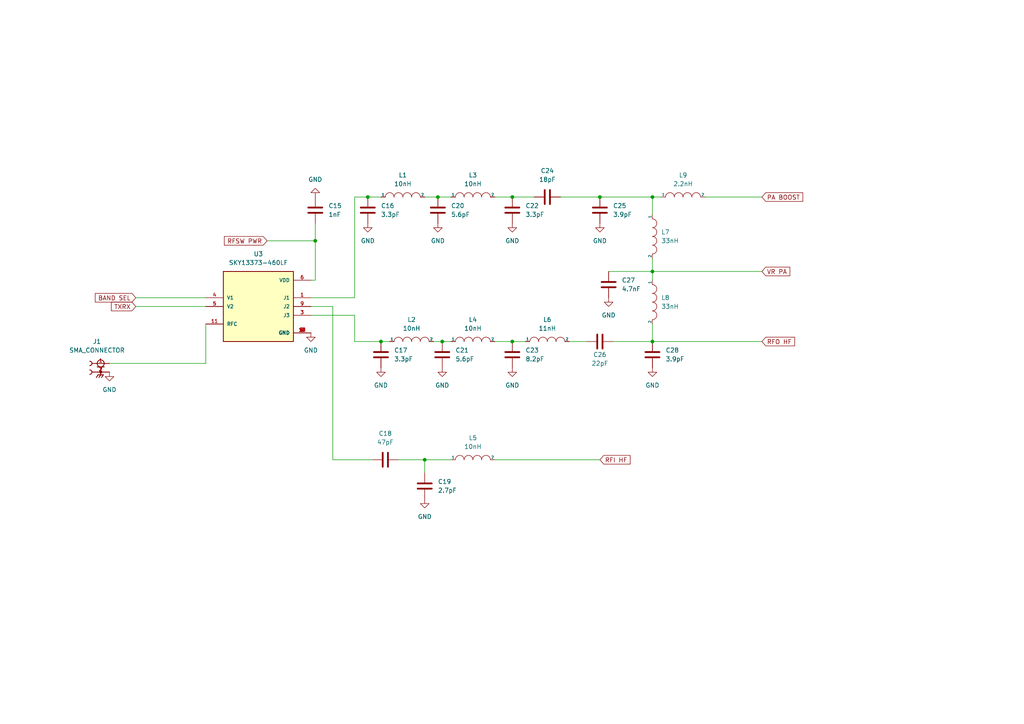
<source format=kicad_sch>
(kicad_sch (version 20211123) (generator eeschema)
  (paper "A4")
  (lib_symbols
    (symbol "Device:C" (pin_numbers hide) (pin_names (offset 0.254))
      (property "Reference" "C" (at 0.635 2.54 0))
      (property "Value" "C" (at 0.635 -2.54 0))
      (symbol "C_0_1"
        (polyline (pts (xy -2.032 -0.762) (xy 2.032 -0.762)) (stroke (width 0.508)))
        (polyline (pts (xy -2.032 0.762) (xy 2.032 0.762)) (stroke (width 0.508)))
      )
      (symbol "C_1_1"
        (pin passive line (at 0 3.81 270) (length 2.794) (name "~") (number "1"))
        (pin passive line (at 0 -3.81 90) (length 2.794) (name "~") (number "2"))
      )
    )
    (symbol "SKY13373-460LF:SKY13373-460LF" (pin_names (offset 1.016))
      (property "Reference" "U" (at -10.16 12.7 0))
      (property "Value" "SKY13373-460LF" (at -10.16 -12.7 0))
      (symbol "SKY13373-460LF_0_0"
        (rectangle (start -10.16 -10.16) (end 10.16 10.16) (stroke (width 0.254)) (fill (type background)))
        (pin output line (at 15.24 2.54 180) (length 5.08) (name "J1") (number "1"))
        (pin power_in line (at 15.24 -7.62 180) (length 5.08) (name "GND") (number "10"))
        (pin input line (at -15.24 -5.08 0) (length 5.08) (name "RFC") (number "11"))
        (pin power_in line (at 15.24 -7.62 180) (length 5.08) (name "GND") (number "12"))
        (pin power_in line (at 15.24 -7.62 180) (length 5.08) (name "GND") (number "13"))
        (pin power_in line (at 15.24 -7.62 180) (length 5.08) (name "GND") (number "2"))
        (pin output line (at 15.24 -2.54 180) (length 5.08) (name "J3") (number "3"))
        (pin input line (at -15.24 2.54 0) (length 5.08) (name "V1") (number "4"))
        (pin input line (at -15.24 0 0) (length 5.08) (name "V2") (number "5"))
        (pin power_in line (at 15.24 7.62 180) (length 5.08) (name "VDD") (number "6"))
        (pin power_in line (at 15.24 -7.62 180) (length 5.08) (name "GND") (number "7"))
        (pin power_in line (at 15.24 -7.62 180) (length 5.08) (name "GND") (number "8"))
        (pin output line (at 15.24 0 180) (length 5.08) (name "J2") (number "9"))
      )
    )
    (symbol "SMA_CONNECTOR:SMA_CONNECTOR" (pin_names (offset 1.016))
      (property "Reference" "J1" (at -1.0795 6.35 0))
      (property "Value" "SMA_CONNECTOR" (at -1.0795 3.81 0))
      (symbol "SMA_CONNECTOR_0_0"
        (arc (start -3.175 -3.175) (mid -2.54 -2.54) (end -3.175 -1.905) (stroke (width 0.254)))
        (arc (start -3.175 -0.635) (mid -2.54 0) (end -3.175 0.635) (stroke (width 0.254)))
        (circle (center 0 -2.54) (radius 0.254) (stroke (width 0.254)))
        (polyline (pts (xy -1.016 -1.016) (xy 0 -1.016)) (stroke (width 0.254)))
        (polyline (pts (xy -0.762 -3.302) (xy -1.27 -4.064)) (stroke (width 0.254)))
        (polyline (pts (xy 0 -3.302) (xy -0.762 -3.302)) (stroke (width 0.254)))
        (polyline (pts (xy 0 -3.302) (xy -0.508 -4.064)) (stroke (width 0.254)))
        (polyline (pts (xy 0 -3.302) (xy 0.762 -3.302)) (stroke (width 0.254)))
        (polyline (pts (xy 0 -1.016) (xy 0 -3.302)) (stroke (width 0.254)))
        (polyline (pts (xy 0 -1.016) (xy 1.016 -1.016)) (stroke (width 0.254)))
        (polyline (pts (xy 0.762 -3.302) (xy 0.254 -4.064)) (stroke (width 0.254)))
        (circle (center 0 0) (radius 1.016) (stroke (width 0.254)))
        (pin passive line (at 2.54 0 180) (length 5.08) (name "~") (number "1"))
        (pin passive line (at 2.54 -2.54 180) (length 5.08) (name "~") (number "2"))
        (pin passive line (at 2.54 -2.54 180) (length 5.08) (name "~") (number "2"))
        (pin passive line (at 2.54 -2.54 180) (length 5.08) (name "~") (number "2"))
        (pin passive line (at 2.54 -2.54 180) (length 5.08) (name "~") (number "2"))
      )
    )
    (symbol "power:GND" (power) (pin_names (offset 0))
      (property "Value" "GND" (at 0 -3.81 0))
      (symbol "GND_0_1"
        (polyline (pts (xy 0 0) (xy 0 -1.27) (xy 1.27 -1.27) (xy 0 -2.54) (xy -1.27 -1.27) (xy 0 -1.27)))
      )
      (symbol "GND_1_1"
        (pin power_in line (at 0 0 270) (length 0) hide (name "GND") (number "1"))
      )
    )
    (symbol "pspice:INDUCTOR" (pin_numbers hide) (pin_names (offset 0))
      (property "Reference" "L" (at 0 2.54 0))
      (property "Value" "INDUCTOR" (at 0 -1.27 0))
      (symbol "INDUCTOR_0_1"
        (arc (start -2.54 0) (mid -3.81 1.27) (end -5.08 0))
        (arc (start 0 0) (mid -1.27 1.27) (end -2.54 0))
        (arc (start 2.54 0) (mid 1.27 1.27) (end 0 0))
        (arc (start 5.08 0) (mid 3.81 1.27) (end 2.54 0))
      )
      (symbol "INDUCTOR_1_1"
        (pin input line (at -6.35 0 0) (length 1.27) (name "1") (number "1"))
        (pin input line (at 6.35 0 180) (length 1.27) (name "2") (number "2"))
      )
    )
  )
  (junction (at 189.23 78.74))
  (junction (at 189.23 57.15))
  (junction (at 127 57.15))
  (junction (at 110.49 99.06))
  (junction (at 91.44 69.85))
  (junction (at 148.59 99.06))
  (junction (at 189.23 99.06))
  (junction (at 173.99 57.15))
  (junction (at 128.27 99.06))
  (junction (at 106.68 57.15))
  (junction (at 148.59 57.15))
  (junction (at 123.19 133.35))
  (wire (pts (xy 127 57.15) (xy 130.81 57.15)))
  (wire (pts (xy 177.8 99.06) (xy 189.23 99.06)))
  (wire (pts (xy 31.75 105.41) (xy 59.69 105.41)))
  (wire (pts (xy 91.44 69.85) (xy 91.44 81.28)))
  (wire (pts (xy 96.52 88.9) (xy 96.52 133.35)))
  (wire (pts (xy 39.37 88.9) (xy 59.69 88.9)))
  (wire (pts (xy 110.49 57.15) (xy 106.68 57.15)))
  (wire (pts (xy 123.19 133.35) (xy 115.57 133.35)))
  (wire (pts (xy 189.23 99.06) (xy 220.98 99.06)))
  (wire (pts (xy 189.23 93.98) (xy 189.23 99.06)))
  (wire (pts (xy 189.23 57.15) (xy 191.77 57.15)))
  (wire (pts (xy 189.23 78.74) (xy 189.23 81.28)))
  (wire (pts (xy 148.59 57.15) (xy 154.94 57.15)))
  (wire (pts (xy 102.87 99.06) (xy 102.87 91.44)))
  (wire (pts (xy 102.87 86.36) (xy 90.17 86.36)))
  (wire (pts (xy 90.17 91.44) (xy 102.87 91.44)))
  (wire (pts (xy 189.23 78.74) (xy 220.98 78.74)))
  (wire (pts (xy 143.51 99.06) (xy 148.59 99.06)))
  (wire (pts (xy 102.87 57.15) (xy 106.68 57.15)))
  (wire (pts (xy 189.23 74.93) (xy 189.23 78.74)))
  (wire (pts (xy 77.47 69.85) (xy 91.44 69.85)))
  (wire (pts (xy 59.69 93.98) (xy 59.69 105.41)))
  (wire (pts (xy 162.56 57.15) (xy 173.99 57.15)))
  (wire (pts (xy 125.73 99.06) (xy 128.27 99.06)))
  (wire (pts (xy 204.47 57.15) (xy 220.98 57.15)))
  (wire (pts (xy 90.17 88.9) (xy 96.52 88.9)))
  (wire (pts (xy 110.49 99.06) (xy 113.03 99.06)))
  (wire (pts (xy 90.17 81.28) (xy 91.44 81.28)))
  (wire (pts (xy 130.81 133.35) (xy 123.19 133.35)))
  (wire (pts (xy 148.59 99.06) (xy 152.4 99.06)))
  (wire (pts (xy 143.51 133.35) (xy 173.99 133.35)))
  (wire (pts (xy 189.23 57.15) (xy 173.99 57.15)))
  (wire (pts (xy 176.53 78.74) (xy 189.23 78.74)))
  (wire (pts (xy 91.44 64.77) (xy 91.44 69.85)))
  (wire (pts (xy 165.1 99.06) (xy 170.18 99.06)))
  (wire (pts (xy 110.49 99.06) (xy 102.87 99.06)))
  (wire (pts (xy 128.27 99.06) (xy 130.81 99.06)))
  (wire (pts (xy 143.51 57.15) (xy 148.59 57.15)))
  (wire (pts (xy 39.37 86.36) (xy 59.69 86.36)))
  (wire (pts (xy 96.52 133.35) (xy 107.95 133.35)))
  (wire (pts (xy 123.19 57.15) (xy 127 57.15)))
  (wire (pts (xy 123.19 137.16) (xy 123.19 133.35)))
  (wire (pts (xy 102.87 57.15) (xy 102.87 86.36)))
  (wire (pts (xy 189.23 62.23) (xy 189.23 57.15)))
  (global_label "TXRX" (shape input) (at 39.37 88.9 180) (property "Intersheet References" "${INTERSHEET_REFS}" (effects hide)))
  (global_label "RFSW PWR" (shape input) (at 77.47 69.85 180) (property "Intersheet References" "${INTERSHEET_REFS}" (effects hide)))
  (global_label "BAND SEL" (shape input) (at 39.37 86.36 180) (property "Intersheet References" "${INTERSHEET_REFS}" (effects hide)))
  (global_label "PA BOOST" (shape input) (at 220.98 57.15 0) (property "Intersheet References" "${INTERSHEET_REFS}" (effects hide)))
  (global_label "VR PA" (shape input) (at 220.98 78.74 0) (property "Intersheet References" "${INTERSHEET_REFS}" (effects hide)))
  (global_label "RFO HF" (shape input) (at 220.98 99.06 0) (property "Intersheet References" "${INTERSHEET_REFS}" (effects hide)))
  (global_label "RFI HF" (shape input) (at 173.99 133.35 0) (property "Intersheet References" "${INTERSHEET_REFS}" (effects hide)))
  (symbol (lib_id "power:GND") (at 91.44 57.15 180) (unit 1)
    (property "Reference" "#PWR0129" (effects hide))
    (property "Value" "GND" (at 91.44 52.07 0))
  )
  (symbol (lib_id "pspice:INDUCTOR") (at 158.75 99.06 0) (unit 1)
    (property "Reference" "L6" (at 158.75 92.71 0))
    (property "Value" "11nH" (at 158.75 95.25 0))
    (property "Footprint" "Inductor_SMD:L_0201_0603Metric" (effects hide))
  )
  (symbol (lib_id "power:GND") (at 148.59 106.68 0) (unit 1)
    (property "Reference" "#PWR0122" (effects hide))
    (property "Value" "GND" (at 148.59 111.76 0))
  )
  (symbol (lib_id "Device:C") (at 111.76 133.35 90) (unit 1)
    (property "Reference" "C18" (at 111.76 125.73 90))
    (property "Value" "47pF" (at 111.76 128.27 90))
    (property "Footprint" "Capacitor_SMD:C_0201_0603Metric" (effects hide))
  )
  (symbol (lib_id "power:GND") (at 31.75 107.95 0) (unit 1)
    (property "Reference" "#PWR0128" (effects hide))
    (property "Value" "GND" (at 31.75 113.03 0))
  )
  (symbol (lib_id "SMA_CONNECTOR:SMA_CONNECTOR") (at 29.21 105.41 0) (unit 1)
    (property "Reference" "J1" (at 28.1305 99.06 0))
    (property "Value" "SMA_CONNECTOR" (at 28.1305 101.6 0))
    (property "Footprint" "SMA:SMA_J_P_X_ST_EM1_EdgeMount" (effects hide))
    (property "MANUFACTURER" "LPRS" (effects hide))
    (property "PARTREV" "1.3" (effects hide))
    (property "STANDARD" "Manufacturer Recommendations" (effects hide))
    (property "MAXIMUM_PACKAGE_HEIGHT" "8.3 mm" (effects hide))
  )
  (symbol (lib_id "pspice:INDUCTOR") (at 189.23 87.63 270) (unit 1)
    (property "Reference" "L8" (at 191.77 86.3599 90) (effects (justify left)))
    (property "Value" "33nH" (at 191.77 88.8999 90) (effects (justify left)))
    (property "Footprint" "Inductor_SMD:L_0201_0603Metric" (effects hide))
  )
  (symbol (lib_id "Device:C") (at 158.75 57.15 90) (unit 1)
    (property "Reference" "C24" (at 158.75 49.53 90))
    (property "Value" "18pF" (at 158.75 52.07 90))
    (property "Footprint" "Capacitor_SMD:C_0201_0603Metric" (effects hide))
  )
  (symbol (lib_id "power:GND") (at 90.17 96.52 0) (unit 1)
    (property "Reference" "#PWR0127" (effects hide))
    (property "Value" "GND" (at 90.17 101.6 0))
  )
  (symbol (lib_id "pspice:INDUCTOR") (at 137.16 133.35 0) (unit 1)
    (property "Reference" "L5" (at 137.16 127 0))
    (property "Value" "10nH" (at 137.16 129.54 0))
    (property "Footprint" "Inductor_SMD:L_0201_0603Metric" (effects hide))
  )
  (symbol (lib_id "Device:C") (at 148.59 60.96 0) (unit 1)
    (property "Reference" "C22" (at 152.4 59.6899 0) (effects (justify left)))
    (property "Value" "3.3pF" (at 152.4 62.2299 0) (effects (justify left)))
    (property "Footprint" "Capacitor_SMD:C_0201_0603Metric" (effects hide))
  )
  (symbol (lib_id "pspice:INDUCTOR") (at 137.16 57.15 0) (unit 1)
    (property "Reference" "L3" (at 137.16 50.8 0))
    (property "Value" "10nH" (at 137.16 53.34 0))
    (property "Footprint" "Inductor_SMD:L_0201_0603Metric" (effects hide))
  )
  (symbol (lib_id "Device:C") (at 189.23 102.87 0) (unit 1)
    (property "Reference" "C28" (at 193.04 101.5999 0) (effects (justify left)))
    (property "Value" "3.9pF" (at 193.04 104.1399 0) (effects (justify left)))
    (property "Footprint" "Capacitor_SMD:C_0201_0603Metric" (effects hide))
  )
  (symbol (lib_id "pspice:INDUCTOR") (at 119.38 99.06 0) (unit 1)
    (property "Reference" "L2" (at 119.38 92.71 0))
    (property "Value" "10nH" (at 119.38 95.25 0))
    (property "Footprint" "Inductor_SMD:L_0201_0603Metric" (effects hide))
  )
  (symbol (lib_id "Device:C") (at 173.99 60.96 0) (unit 1)
    (property "Reference" "C25" (at 177.8 59.6899 0) (effects (justify left)))
    (property "Value" "3.9pF" (at 177.8 62.2299 0) (effects (justify left)))
    (property "Footprint" "Capacitor_SMD:C_0201_0603Metric" (effects hide))
  )
  (symbol (lib_id "Device:C") (at 110.49 102.87 0) (unit 1)
    (property "Reference" "C17" (at 114.3 101.5999 0) (effects (justify left)))
    (property "Value" "3.3pF" (at 114.3 104.1399 0) (effects (justify left)))
    (property "Footprint" "Capacitor_SMD:C_0201_0603Metric" (effects hide))
  )
  (symbol (lib_id "Device:C") (at 106.68 60.96 0) (unit 1)
    (property "Reference" "C16" (at 110.49 59.6899 0) (effects (justify left)))
    (property "Value" "3.3pF" (at 110.49 62.2299 0) (effects (justify left)))
    (property "Footprint" "Capacitor_SMD:C_0201_0603Metric" (effects hide))
  )
  (symbol (lib_id "pspice:INDUCTOR") (at 189.23 68.58 270) (unit 1)
    (property "Reference" "L7" (at 191.77 67.3099 90) (effects (justify left)))
    (property "Value" "33nH" (at 191.77 69.8499 90) (effects (justify left)))
    (property "Footprint" "Inductor_SMD:L_0201_0603Metric" (effects hide))
  )
  (symbol (lib_id "Device:C") (at 91.44 60.96 180) (unit 1)
    (property "Reference" "C15" (at 95.25 59.6899 0) (effects (justify right)))
    (property "Value" "1nF" (at 95.25 62.2299 0) (effects (justify right)))
    (property "Footprint" "Capacitor_SMD:C_0201_0603Metric" (effects hide))
  )
  (symbol (lib_id "Device:C") (at 128.27 102.87 0) (unit 1)
    (property "Reference" "C21" (at 132.08 101.5999 0) (effects (justify left)))
    (property "Value" "5.6pF" (at 132.08 104.1399 0) (effects (justify left)))
    (property "Footprint" "Capacitor_SMD:C_0201_0603Metric" (effects hide))
  )
  (symbol (lib_id "Device:C") (at 127 60.96 0) (unit 1)
    (property "Reference" "C20" (at 130.81 59.6899 0) (effects (justify left)))
    (property "Value" "5.6pF" (at 130.81 62.2299 0) (effects (justify left)))
    (property "Footprint" "Capacitor_SMD:C_0201_0603Metric" (effects hide))
  )
  (symbol (lib_id "power:GND") (at 128.27 106.68 0) (unit 1)
    (property "Reference" "#PWR0121" (effects hide))
    (property "Value" "GND" (at 128.27 111.76 0))
  )
  (symbol (lib_id "power:GND") (at 127 64.77 0) (unit 1)
    (property "Reference" "#PWR0119" (effects hide))
    (property "Value" "GND" (at 127 69.85 0))
  )
  (symbol (lib_id "pspice:INDUCTOR") (at 116.84 57.15 0) (unit 1)
    (property "Reference" "L1" (at 116.84 50.8 0))
    (property "Value" "10nH" (at 116.84 53.34 0))
    (property "Footprint" "Inductor_SMD:L_0201_0603Metric" (effects hide))
  )
  (symbol (lib_id "Device:C") (at 148.59 102.87 0) (unit 1)
    (property "Reference" "C23" (at 152.4 101.5999 0) (effects (justify left)))
    (property "Value" "8.2pF" (at 152.4 104.1399 0) (effects (justify left)))
    (property "Footprint" "Capacitor_SMD:C_0201_0603Metric" (effects hide))
  )
  (symbol (lib_id "pspice:INDUCTOR") (at 137.16 99.06 0) (unit 1)
    (property "Reference" "L4" (at 137.16 92.71 0))
    (property "Value" "10nH" (at 137.16 95.25 0))
    (property "Footprint" "Inductor_SMD:L_0201_0603Metric" (effects hide))
  )
  (symbol (lib_id "power:GND") (at 148.59 64.77 0) (unit 1)
    (property "Reference" "#PWR0120" (effects hide))
    (property "Value" "GND" (at 148.59 69.85 0))
  )
  (symbol (lib_id "power:GND") (at 189.23 106.68 0) (unit 1)
    (property "Reference" "#PWR0123" (effects hide))
    (property "Value" "GND" (at 189.23 111.76 0))
  )
  (symbol (lib_id "power:GND") (at 110.49 106.68 0) (unit 1)
    (property "Reference" "#PWR0130" (effects hide))
    (property "Value" "GND" (at 110.49 111.76 0))
  )
  (symbol (lib_id "power:GND") (at 123.19 144.78 0) (unit 1)
    (property "Reference" "#PWR0118" (effects hide))
    (property "Value" "GND" (at 123.19 149.86 0))
  )
  (symbol (lib_id "Device:C") (at 123.19 140.97 0) (unit 1)
    (property "Reference" "C19" (at 127 139.6999 0) (effects (justify left)))
    (property "Value" "2.7pF" (at 127 142.2399 0) (effects (justify left)))
    (property "Footprint" "Capacitor_SMD:C_0201_0603Metric" (effects hide))
  )
  (symbol (lib_id "Device:C") (at 173.99 99.06 90) (unit 1)
    (property "Reference" "C26" (at 173.99 102.87 90))
    (property "Value" "22pF" (at 173.99 105.41 90))
    (property "Footprint" "Capacitor_SMD:C_0201_0603Metric" (effects hide))
  )
  (symbol (lib_id "power:GND") (at 176.53 86.36 0) (unit 1)
    (property "Reference" "#PWR0124" (effects hide))
    (property "Value" "GND" (at 176.53 91.44 0))
  )
  (symbol (lib_id "power:GND") (at 106.68 64.77 0) (unit 1)
    (property "Reference" "#PWR0126" (effects hide))
    (property "Value" "GND" (at 106.68 69.85 0))
  )
  (symbol (lib_id "pspice:INDUCTOR") (at 198.12 57.15 0) (unit 1)
    (property "Reference" "L9" (at 198.12 50.8 0))
    (property "Value" "2.2nH" (at 198.12 53.34 0))
    (property "Footprint" "Inductor_SMD:L_0201_0603Metric" (effects hide))
  )
  (symbol (lib_id "SKY13373-460LF:SKY13373-460LF") (at 74.93 88.9 0) (unit 1)
    (property "Reference" "U3" (at 74.93 73.66 0))
    (property "Value" "SKY13373-460LF" (at 74.93 76.2 0))
    (property "Footprint" "SKY13373-460LF:QFN50P200X200X65-13N" (effects hide))
    (property "PARTREV" "May 6, 2016" (effects hide))
    (property "MANUFACTURER" "Skyworks" (effects hide))
    (property "STANDARD" "IPC-7351B" (effects hide))
    (property "MAXIMUM_PACKAGE_HEIGHT" "0.65 mm" (effects hide))
  )
  (symbol (lib_id "power:GND") (at 173.99 64.77 0) (unit 1)
    (property "Reference" "#PWR0125" (effects hide))
    (property "Value" "GND" (at 173.99 69.85 0))
  )
  (symbol (lib_id "Device:C") (at 176.53 82.55 0) (unit 1)
    (property "Reference" "C27" (at 180.34 81.2799 0) (effects (justify left)))
    (property "Value" "4.7nF" (at 180.34 83.8199 0) (effects (justify left)))
    (property "Footprint" "Capacitor_SMD:C_0201_0603Metric" (effects hide))
  )
)
</source>
